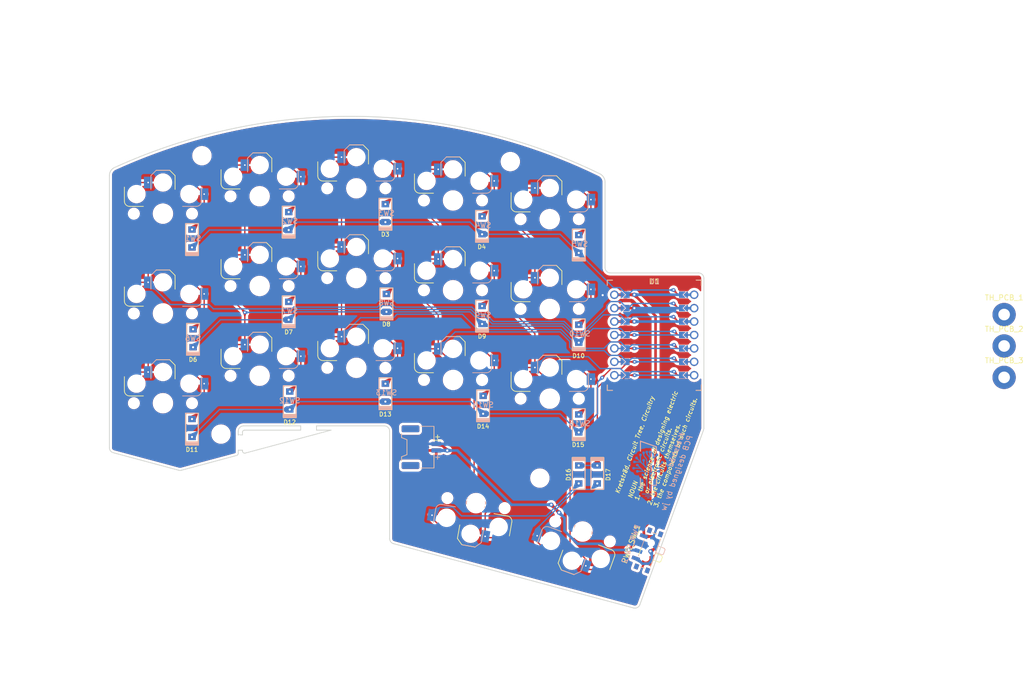
<source format=kicad_pcb>
(kicad_pcb (version 20221018) (generator pcbnew)
  (title_block (title "Kretsträd") (company "by JW"))
  (layers (0 "F.Cu" signal) (31 "B.Cu" signal) (34 "B.Paste" user) (35 "F.Paste" user) (36 "B.SilkS" user "B.Silkscreen") (37 "F.SilkS" user "F.Silkscreen") (38 "B.Mask" user) (39 "F.Mask" user) (44 "Edge.Cuts" user))
  (net 0 "")
  (net 1 "row0")
  (net 2 "Net-(D1-A)")
  (net 3 "row1")
  (net 4 "Net-(D2-A)")
  (net 5 "row2")
  (net 6 "Net-(D3-A)")
  (net 7 "row3")
  (net 8 "Net-(D4-A)")
  (net 9 "Net-(D5-A)")
  (net 10 "Net-(D6-A)")
  (net 11 "Net-(D7-A)")
  (net 12 "Net-(D8-A)")
  (net 13 "Net-(D9-A)")
  (net 14 "Net-(D10-A)")
  (net 15 "Net-(D11-A)")
  (net 16 "Net-(D12-A)")
  (net 17 "Net-(D13-A)")
  (net 18 "Net-(D14-A)")
  (net 19 "Net-(D15-A)")
  (net 20 "Net-(D16-A)")
  (net 21 "Net-(D17-A)")
  (net 22 "GND")
  (net 23 "VCC")
  (net 24 "col0")
  (net 25 "col1")
  (net 26 "col2")
  (net 27 "col3")
  (net 28 "col4")
  (net 29 "unconnected-(U1-PA5_A9_D9_MISO-Pad10)")
  (net 30 "unconnected-(U1-PA6_A10_D10_MOSI-Pad11)")
  (net 32 "BT+")
  (net 33 "RAW")
  (footprint "jw_custom_footprint:Diode_SOD123_THT_2" (layer "F.Cu") (at 168.14559 86.448281 90)
    (fp_text reference "D10")
    (fp_text value "D" hide)
  )
  (footprint "jw_custom_footprint:Kailh_Choc_PG1350_Hotswap_reversible" (layer "F.Cu") (at 107.74639 94.408681)
    (fp_text reference "SW12" hide)
    (fp_text value "SW_PUSH" hide)
  )
  (footprint "jw_custom_footprint:Diode_SOD123_THT_2" (layer "F.Cu") (at 131.74619 80.608681 90)
    (fp_text reference "D8")
    (fp_text value "D" hide)
  )
  (footprint "MountingHole:MountingHole_3.2mm_M3" (layer "F.Cu") (at 100.4316 105.4608)
    (fp_text reference "TH3" hide)
    (fp_text value "HOLE")
  )
  (footprint "jw_custom_footprint:Diode_SOD123_THT_2" (layer "F.Cu") (at 95.14659 87.308681 90)
    (fp_text reference "D6")
    (fp_text value "D" hide)
  )
  (footprint "jw_custom_footprint:Kailh_Choc_PG1350_Hotswap_reversible" (layer "F.Cu") (at 126.04619 75.908681)
    (fp_text reference "SW8" hide)
    (fp_text value "SW_PUSH" hide)
  )
  (footprint "jw_custom_footprint:Kailh_Choc_PG1350_Hotswap_reversible" (layer "F.Cu") (at 107.74639 77.408681)
    (fp_text reference "SW7" hide)
    (fp_text value "SW_PUSH" hide)
  )
  (footprint "MountingHole:MountingHole_2.2mm_M2_Pad" (layer "F.Cu") (at 248.65019 82.818281)
    (fp_text reference "TH_PCB_1")
    (fp_text value "HOLE")
  )
  (footprint "jw_custom_footprint:Kailh_Choc_PG1350_Hotswap_reversible" (layer "F.Cu") (at 126.04619 92.908681)
    (fp_text reference "SW13" hide)
    (fp_text value "SW_PUSH" hide)
  )
  (footprint "jw_custom_footprint:Diode_SOD123_THT_2" (layer "F.Cu") (at 113.44639 99.108681 90)
    (fp_text reference "D12")
    (fp_text value "D" hide)
  )
  (footprint "MountingHole:MountingHole_2.2mm_M2_Pad" (layer "F.Cu") (at 248.65019 88.768281)
    (fp_text reference "TH_PCB_2")
    (fp_text value "HOLE")
  )
  (footprint "jw_custom_footprint:Diode_SOD123_THT_2" (layer "F.Cu") (at 113.24619 82.108681 90)
    (fp_text reference "D7")
    (fp_text value "D" hide)
  )
  (footprint "Button_Switch_SMD:SW_SPDT_PCM12" (layer "F.Cu") (at 181.03539 127.382681 70)
    (fp_text reference "PWR_SW_1")
    (fp_text value "SW_SPDT")
  )
  (footprint "jw_custom_footprint:Kailh_Choc_PG1350_Hotswap_reversible" (layer "F.Cu") (at 107.74639 60.408681)
    (fp_text reference "SW2" hide)
    (fp_text value "SW_PUSH" hide)
  )
  (footprint "jw_custom_footprint:Diode_SOD123_THT_2" (layer "F.Cu") (at 149.84579 82.908681 90)
    (fp_text reference "D9")
    (fp_text value "D" hide)
  )
  (footprint "jw_custom_footprint:Kailh_Choc_PG1350_Hotswap_reversible" (layer "F.Cu") (at 89.44659 99.608681)
    (fp_text reference "SW11" hide)
    (fp_text value "SW_PUSH" hide)
  )
  (footprint "jw_custom_footprint:Kailh_Choc_PG1350_Hotswap_reversible" (layer "F.Cu") (at 144.34599 61.208481)
    (fp_text reference "SW4" hide)
    (fp_text value "SW_PUSH" hide)
  )
  (footprint "jw_custom_footprint:Diode_SOD123_THT_2" (layer "F.Cu") (at 168.14559 69.448281 90)
    (fp_text reference "D5" hide)
    (fp_text value "D" hide)
  )
  (footprint "MountingHole:MountingHole_3.2mm_M3" (layer "F.Cu") (at 160.782 113.792)
    (fp_text reference "TH4" hide)
    (fp_text value "HOLE")
  )
  (footprint "jw_custom_footprint:Kailh_Choc_PG1350_Hotswap_reversible" (layer "F.Cu") (at 168.864798 123.905176 160)
    (fp_text reference "SW17" hide)
    (fp_text value "SW_PUSH" hide)
  )
  (footprint "jw_custom_footprint:Diode_SOD123_THT_2" (layer "F.Cu") (at 168.1354 113.108 -90)
    (fp_text reference "D16")
    (fp_text value "D" hide)
  )
  (footprint "jw_custom_footprint:Kailh_Choc_PG1350_Hotswap_reversible" (layer "F.Cu") (at 126.04619 58.908681)
    (fp_text reference "SW3" hide)
    (fp_text value "SW_PUSH" hide)
  )
  (footprint "jw_custom_footprint:Diode_SOD123_THT_2" (layer "F.Cu") (at 171.6532 113.108 -90)
    (fp_text reference "D17")
    (fp_text value "D" hide)
  )
  (footprint "jw_custom_footprint:Breakaway_Tabs_1x05_0.3mm" (layer "F.Cu") (at 103.9876 107.0039 90)
    (fp_text reference "Breakaway1")
    (fp_text value "Breakaway")
  )
  (footprint "jw_custom_footprint:Diode_SOD123_THT_2" (layer "F.Cu") (at 94.94639 104.308681 90)
    (fp_text reference "D11")
    (fp_text value "D" hide)
  )
  (footprint "MountingHole:MountingHole_2.2mm_M2_Pad" (layer "F.Cu") (at 248.65019 94.718281)
    (fp_text reference "TH_PCB_3")
    (fp_text value "HOLE")
  )
  (footprint "Connector_Molex:Molex_Panelmate_53780-0270_1x02-1MP_P1.25mm_Horizontal" (layer "F.Cu") (at 138.376747 107.937419 -90)
    (fp_text reference "J1" hide)
    (fp_text value "Conn_01x02_Female")
  )
  (footprint "jw_custom_footprint:Kailh_Choc_PG1350_Hotswap_reversible" (layer "F.Cu") (at 144.34599 95.208681)
    (fp_text reference "SW14" hide)
    (fp_text value "SW_PUSH" hide)
  )
  (footprint "jw_custom_footprint:Kailh_Choc_PG1350_Hotswap_reversible" (layer "F.Cu") (at 144.34599 78.208681)
    (fp_text reference "SW9" hide)
    (fp_text value "SW_PUSH" hide)
  )
  (footprint "MountingHole:MountingHole_3.2mm_M3" (layer "F.Cu") (at 96.8248 52.7304)
    (fp_text reference "TH1" hide)
    (fp_text value "HOLE" hide)
  )
  (footprint "jw_custom_footprint:Diode_SOD123_THT_2" (layer "F.Cu") (at 113.24619 65.108681 90)
    (fp_text reference "D2" hide)
    (fp_text value "D" hide)
  )
  (footprint "jw_custom_footprint:Kailh_Choc_PG1350_Hotswap_reversible" (layer "F.Cu") (at 89.44659 82.608681)
    (fp_text reference "SW6" hide)
    (fp_text value "SW_PUSH" hide)
  )
  (footprint "jw_custom_footprint:Diode_SOD123_THT_2" (layer "F.Cu") (at 131.54599 97.608681 90)
    (fp_text reference "D13")
    (fp_text value "D" hide)
  )
  (footprint "jw_custom_footprint:Kailh_Choc_PG1350_Hotswap_reversible" (layer "F.Cu") (at 89.44659 63.708681)
    (fp_text reference "SW1" hide)
    (fp_text value "SW_PUSH" hide)
  )
  (footprint "jw_custom_footprint:Diode_SOD123_THT_2" (layer "F.Cu") (at 131.54599 63.608681 90)
    (fp_text reference "D3")
    (fp_text value "D" hide)
  )
  (footprint "jw_custom_footprint:Kailh_Choc_PG1350_Hotswap_reversible" (layer "F.Cu") (at 162.64579 98.748281)
    (fp_text reference "SW15" hide)
    (fp_text value "SW_PUSH" hide)
  )
  (footprint "MountingHole:MountingHole_3.2mm_M3" (layer "F.Cu") (at 155.194 53.848)
    (fp_text reference "TH2" hide)
    (fp_text value "HOLE" hide)
  )
  (footprint "jw_custom_footprint:Xiao THT jumper pad_flipped" (layer "F.Cu") (at 182.440051 86.527362)
    (fp_text reference "U1")
    (fp_text value "SeeeduinoXIAO")
  )
  (footprint "jw_custom_footprint:Kailh_Choc_PG1350_Hotswap_reversible" (layer "F.Cu") (at 148.694947 118.531616 170)
    (fp_text reference "SW16" hide)
    (fp_text value "SW_PUSH" hide)
  )
  (footprint "jw_custom_footprint:Diode_SOD123_THT_2" (layer "F.Cu") (at 149.84579 65.908481 90)
    (fp_text reference "D4")
    (fp_text value "D" hide)
  )
  (footprint "jw_custom_footprint:Diode_SOD123_THT_2" (layer "F.Cu") (at 150.04599 99.908681 90)
    (fp_text reference "D14")
    (fp_text value "D" hide)
  )
  (footprint "jw_custom_footprint:Diode_SOD123_THT_2" (layer "F.Cu") (at 168.14559 103.448281 90)
    (fp_text reference "D15")
    (fp_text value "D" hide)
  )
  (footprint "jw_custom_footprint:Diode_SOD123_THT_2" (layer "F.Cu") (at 94.94639 68.408681 90)
    (fp_text reference "D1" hide)
    (fp_text value "D" hide)
  )
  (footprint "jw_custom_footprint:Kailh_Choc_PG1350_Hotswap_reversible" (layer "F.Cu") (at 162.64579 64.748281)
    (fp_text reference "SW5" hide)
    (fp_text value "SW_PUSH" hide)
  )
  (footprint "jw_custom_footprint:Breakaway_Tabs_1x05_0.3mm" (layer "F.Cu") (at 117.0241 104.2416)
    (fp_text reference "Breakaway2")
    (fp_text value "Breakaway")
  )
  (footprint "jw_custom_footprint:Kailh_Choc_PG1350_Hotswap_reversible" (layer "F.Cu") (at 162.64579 81.748281)
    (fp_text reference "SW10" hide)
    (fp_text value "SW_PUSH" hide)
  )
  (footprint "Connector_Molex:Molex_Panelmate_53780-0270_1x02-1MP_P1.25mm_Horizontal" (layer "B.Cu") (at 138.376747 107.937419 90)
    (fp_text reference "J2" hide)
    (fp_text value "Conn_01x02_Female")
  )
  (footprint "jw_custom_image:circuit_tree_f.cu_3_10mm" (layer "B.Cu") (at 181.0512 112.014 180)
    (fp_text reference "G***")
    (fp_text value "circuit_tree_f.cu_3_10mm" hide)
  )
  (footprint "Button_Switch_SMD:SW_SPDT_PCM12" (layer "B.Cu") (at 181.03539 127.382681 -110)
    (fp_text reference "PWR_SW_2")
    (fp_text value "SW_SPDT")
  )
  (gr_arc (start 92.941801 112.308483) (mid 92.682932 112.34258) (end 92.424057 112.308511) (stroke (width 0.15)) (layer "Edge.Cuts"))
  (gr_line (start 105.004673 109.059171) (end 121.258 104.706564) (stroke (width 0.15)) (layer "Edge.Cuts"))
  (gr_arc (start 103.7012 109.117354) (mid 103.618668 109.360739) (end 103.405074 109.503631) (stroke (width 0.15)) (layer "Edge.Cuts"))
  (gr_arc (start 133.091123 126.218631) (mid 132.556621 125.86146) (end 132.35 125.252721) (stroke (width 0.15)) (layer "Edge.Cuts"))
  (gr_line (start 173.128112 57.785) (end 173.128112 73.939377) (stroke (width 0.15)) (layer "Edge.Cuts"))
  (gr_arc (start 191.82199 104.346248) (mid 191.802602 104.519259) (end 191.761612 104.688461) (stroke (width 0.15)) (layer "Edge.Cuts"))
  (gr_arc (start 174.128112 74.939377) (mid 173.421006 74.646487) (end 173.128112 73.939377) (stroke (width 0.15)) (layer "Edge.Cuts"))
  (gr_line (start 80.048623 108.992524) (end 92.424057 112.308511) (stroke (width 0.15)) (layer "Edge.Cuts"))
  (gr_line (start 104.5012 108.5088) (end 104.5012 108.672786) (stroke (width 0.15)) (layer "Edge.Cuts"))
  (gr_line (start 104.9012 104.706564) (end 115.5192 104.706564) (stroke (width 0.15)) (layer "Edge.Cuts"))
  (gr_line (start 132.35 104.906564) (end 132.35 125.252721) (stroke (width 0.15)) (layer "Edge.Cuts"))
  (gr_arc (start 80.048623 108.992524) (mid 79.514711 108.635241) (end 79.30839 108.026853) (stroke (width 0.15)) (layer "Edge.Cuts"))
  (gr_arc (start 172.085 56.134) (mid 172.848862 56.806409) (end 173.128112 57.785) (stroke (width 0.15)) (layer "Edge.Cuts"))
  (gr_line (start 92.941801 112.308483) (end 103.405074 109.503631) (stroke (width 0.15)) (layer "Edge.Cuts"))
  (gr_line (start 179.713515 137.769174) (end 191.761612 104.688461) (stroke (width 0.15)) (layer "Edge.Cuts"))
  (gr_line (start 103.7012 108.5088) (end 103.7012 109.117354) (stroke (width 0.15)) (layer "Edge.Cuts"))
  (gr_line (start 104.7012 103.906564) (end 115.5192 103.906564) (stroke (width 0.15)) (layer "Edge.Cuts"))
  (gr_arc (start 80.34979 54.941881) (mid 126.350683 45.281212) (end 172.085 56.134) (stroke (width 0.15)) (layer "Edge.Cuts"))
  (gr_line (start 190.82199 74.939377) (end 174.128112 74.939377) (stroke (width 0.15)) (layer "Edge.Cuts"))
  (gr_arc (start 131.35 103.906564) (mid 132.057084 104.199461) (end 132.35 104.906564) (stroke (width 0.15)) (layer "Edge.Cuts"))
  (gr_line (start 104.5012 105.106564) (end 104.5012 105.6132) (stroke (width 0.15)) (layer "Edge.Cuts"))
  (gr_arc (start 179.713515 137.769174) (mid 179.235557 138.314036) (end 178.515076 138.392888) (stroke (width 0.15)) (layer "Edge.Cuts"))
  (gr_line (start 118.5164 103.906564) (end 131.35 103.906564) (stroke (width 0.15)) (layer "Edge.Cuts"))
  (gr_arc (start 103.7012 104.906564) (mid 103.994106 104.19948) (end 104.7012 103.906564) (stroke (width 0.15)) (layer "Edge.Cuts"))
  (gr_line (start 104.5012 108.5088) (end 103.7012 108.5088) (stroke (width 0.15)) (layer "Edge.Cuts"))
  (gr_line (start 103.7012 104.906564) (end 103.7012 105.6132) (stroke (width 0.15)) (layer "Edge.Cuts"))
  (gr_arc (start 190.82199 74.939377) (mid 191.529097 75.23227) (end 191.82199 75.939377) (stroke (width 0.15)) (layer "Edge.Cuts"))
  (gr_arc (start 79.30839 56.516681) (mid 79.584288 55.567396) (end 80.34979 54.941881) (stroke (width 0.15)) (layer "Edge.Cuts"))
  (gr_arc (start 104.5012 105.106564) (mid 104.61837 104.823745) (end 104.9012 104.706564) (stroke (width 0.15)) (layer "Edge.Cuts"))
  (gr_line locked (start 118.5164 104.706564) (end 118.5164 103.906564) (stroke (width 0.15)) (layer "Edge.Cuts"))
  (gr_line (start 118.5164 104.706564) (end 121.258 104.706564) (stroke (width 0.15)) (layer "Edge.Cuts"))
  (gr_line (start 104.5012 105.6132) (end 103.7012 105.6132) (stroke (width 0.15)) (layer "Edge.Cuts"))
  (gr_line (start 115.5192 104.706564) (end 115.5192 103.906564) (stroke (width 0.15)) (layer "Edge.Cuts"))
  (gr_line (start 191.82199 75.939377) (end 191.82199 104.346248) (stroke (width 0.15)) (layer "Edge.Cuts"))
  (gr_line (start 133.091123 126.218631) (end 178.515076 138.392888) (stroke (width 0.15)) (layer "Edge.Cuts"))
  (gr_arc (start 105.004673 109.059171) (mid 104.657673 108.99011) (end 104.5012 108.672786) (stroke (width 0.15)) (layer "Edge.Cuts"))
  (gr_line (start 79.30839 56.516681) (end 79.30839 108.026853) (stroke (width 0.15)) (layer "Edge.Cuts"))
  (gr_text "Kretsträd\nPCB designed by jw" (at 188.568921 105.334504 70) (layer "B.SilkS") (effects (font (size 1 1) (thickness 0.15) italic) (justify left mirror)))
  (gr_text "+" (at 141.4272 109.9312 -180) (layer "B.SilkS") (effects (font (size 1 1))))
  (gr_text "+" (at 141.4272 106.0704 180) (layer "F.SilkS") (effects (font (size 1 1)) (justify mirror)))
  (gr_text "Kretsträd, Circuit Tree, Circuitry\n\nNOUN\n1. the science of designing electric \n   or electronic circuits.\n2. the circuits themselves.\n3. the components of such circuits." (at 179.0192 118.0592 70) (layer "F.SilkS") (effects (font (size 0.8 0.8) (thickness 0.15) italic) (justify left)))
  (segment (start 186.0804 78.167862) (end 186.9799 79.067362) (width 0.25) (layer "F.Cu") (net 1))
  (segment (start 186.9799 79.067362) (end 187.367651 79.067362) (width 0.25) (layer "F.Cu") (net 1))
  (via (at 186.0804 78.167862) (size 0.7) (drill 0.3) (layers "F.Cu" "B.Cu") (net 1))
  (segment (start 168.14559 71.148281) (end 168.14559 71.258845) (width 0.25) (layer "B.Cu") (net 1))
  (segment (start 131.54599 65.308681) (end 147.54599 65.308681) (width 0.25) (layer "B.Cu") (net 1))
  (segment (start 175.9458 77.724) (end 177.289162 79.067362) (width 0.25) (layer "B.Cu") (net 1))
  (segment (start 177.512451 79.051784) (end 178.396373 78.167862) (width 0.25) (layer "B.Cu") (net 1))
  (segment (start 149.84579 67.608481) (end 164.60579 67.608481) (width 0.25) (layer "B.Cu") (net 1))
  (segment (start 168.14559 71.148281) (end 174.721309 77.724) (width 0.25) (layer "B.Cu") (net 1))
  (segment (start 164.60579 67.608481) (end 168.14559 71.148281) (width 0.25) (layer "B.Cu") (net 1))
  (segment (start 114.74619 65.308681) (end 113.24619 66.808681) (width 0.25) (layer "B.Cu") (net 1))
  (segment (start 178.396373 78.167862) (end 186.0804 78.167862) (width 0.25) (layer "B.Cu") (net 1))
  (segment (start 177.289162 79.067362) (end 177.512451 79.067362) (width 0.25) (layer "B.Cu") (net 1))
  (segment (start 113.24619 66.808681) (end 98.24639 66.808681) (width 0.25) (layer "B.Cu") (net 1))
  (segment (start 147.54599 65.308681) (end 149.84579 67.608481) (width 0.25) (layer "B.Cu") (net 1))
  (segment (start 177.512451 79.067362) (end 177.512451 79.051784) (width 0.25) (layer "B.Cu") (net 1))
  (segment (start 131.54599 65.308681) (end 114.74619 65.308681) (width 0.25) (layer "B.Cu") (net 1))
  (segment (start 174.721309 77.724) (end 175.9458 77.724) (width 0.25) (layer "B.Cu") (net 1))
  (segment (start 98.24639 66.808681) (end 94.94639 70.108681) (width 0.25) (layer "B.Cu") (net 1))
  (segment (start 95.04659 57.808681) (end 97.24659 60.008681) (width 0.25) (layer "F.Cu") (net 2))
  (segment (start 97.24659 64.408481) (end 94.94639 66.708681) (width 0.25) (layer "F.Cu") (net 2))
  (segment (start 97.24659 60.008681) (end 97.24659 64.408481) (width 0.25) (layer "F.Cu") (net 2))
  (segment (start 92.24659 57.808681) (end 95.04659 57.808681) (width 0.25) (layer "F.Cu") (net 2))
  (via (at 97.24659 60.008681) (size 0.7) (drill 0.3) (layers "F.Cu" "B.Cu") (net 2))
  (segment (start 186.9073 86.687362) (end 187.367651 86.687362) (width 0.25) (layer "F.Cu") (net 3))
  (segment (start 186.2328 86.012862) (end 186.9073 86.687362) (width 0.25) (layer "F.Cu") (net 3))
  (via (at 186.2328 86.012862) (size 0.7) (drill 0.3) (layers "F.Cu" "B.Cu") (net 3))
  (segment (start 131.74619 82.308681) (end 114.74619 82.308681) (width 0.25) (layer "B.Cu") (net 3))
  (segment (start 178.186951 86.012862) (end 186.2328 86.012862) (width 0.25) (layer "B.Cu") (net 3))
  (segment (start 100.34659 83.808681) (end 95.14659 89.008681) (width 0.25) (layer "B.Cu") (net 3))
  (segment (start 168.14559 88.148281) (end 165.022109 85.0248) (width 0.25) (layer "B.Cu") (net 3))
  (segment (start 176.0728 85.471) (end 170.822871 85.471) (width 0.25) (layer "B.Cu") (net 3))
  (segment (start 147.54579 82.308681) (end 149.84579 84.608681) (width 0.25) (layer "B.Cu") (net 3))
  (segment (start 177.289162 86.687362) (end 176.0728 85.471) (width 0.25) (layer "B.Cu") (net 3))
  (segment (start 170.822871 85.471) (end 168.14559 88.148281) (width 0.25) (layer "B.Cu") (net 3))
  (segment (start 150.261909 85.0248) (end 149.84579 84.608681) (width 0.25) (layer "B.Cu") (net 3))
  (segment (start 113.24619 83.808681) (end 100.34659 83.808681) (width 0.25) (layer "B.Cu") (net 3))
  (segment (start 177.512451 86.687362) (end 178.186951 86.012862) (width 0.25) (layer "B.Cu") (net 3))
  (segment (start 165.022109 85.0248) (end 150.261909 85.0248) (width 0.25) (layer "B.Cu") (net 3))
  (segment (start 114.74619 82.308681) (end 113.24619 83.808681) (width 0.25) (layer "B.Cu") (net 3))
  (segment (start 131.74619 82.308681) (end 147.54579 82.308681) (width 0.25) (layer "B.Cu") (net 3))
  (segment (start 177.512451 86.687362) (end 177.289162 86.687362) (width 0.25) (layer "B.Cu") (net 3))
  (segment (start 113.34639 54.508681) (end 115.54639 56.708681) (width 0.25) (layer "F.Cu") (net 4))
  (segment (start 115.54639 61.108481) (end 113.24619 63.408681) (width 0.25) (layer "F.Cu") (net 4))
  (segment (start 110.54639 54.508681) (end 113.34639 54.508681) (width 0.25) (layer "F.Cu") (net 4))
  (segment (start 115.54639 56.708681) (end 115.54639 61.108481) (width 0.25) (layer "F.Cu") (net 4))
  (via (at 115.54639 56.708681) (size 0.7) (drill 0.3) (layers "F.Cu" "B.Cu") (net 4))
  (segment (start 172.565808 94.769192) (end 174.2948 93.0402) (width 0.25) (layer "F.Cu") (net 5))
  (segment (start 176.239613 93.0402) (end 177.512451 91.767362) (width 0.25) (layer "F.Cu") (net 5))
  (segment (start 178.7144 91.767362) (end 177.512451 91.767362) (width 0.25) (layer "F.Cu") (net 5))
  (segment (start 174.2948 93.0402) (end 176.239613 93.0402) (width 0.25) (layer "F.Cu") (net 5))
  (via (at 178.7144 91.767362) (size 0.7) (drill 0.3) (layers "F.Cu" "B.Cu") (net 5))
  (via (at 172.565808 94.769192) (size 0.7) (drill 0.3) (layers "F.Cu" "B.Cu") (net 5))
  (segment (start 164.60599 101.608681) (end 150.04599 101.608681) (width 0.25) (layer "B.Cu") (net 5))
  (segment (start 171.704 101.589871) (end 168.14559 105.148281) (width 0.25) (layer "B.Cu") (net 5))
  (segment (start 178.7144 91.767362) (end 187.367651 91.767362) (width 0.25) (layer "B.Cu") (net 5))
  (segment (start 114.94639 99.308681) (end 113.44639 100.808681) (width 0.25) (layer "B.Cu") (net 5))
  (segment (start 172.565808 94.769192) (end 171.704 95.631) (width 0.25) (layer "B.Cu") (net 5))
  (segment (start 100.14639 100.808681) (end 94.94639 106.008681) (width 0.25) (layer "B.Cu") (net 5))
  (segment (start 168.14559 105.148281) (end 164.60599 101.608681) (width 0.25) (layer "B.Cu") (net 5))
  (segment (start 113.44639 100.808681) (end 100.14639 100.808681) (width 0.25) (layer "B.Cu") (net 5))
  (segment (start 171.704 95.631) (end 171.704 101.589871) (width 0.25) (layer "B.Cu") (net 5))
  (segment (start 147.74599 99.308681) (end 150.04599 101.608681) (width 0.25) (layer "B.Cu") (net 5))
  (segment (start 131.54599 99.308681) (end 114.94639 99.308681) (width 0.25) (layer "B.Cu") (net 5))
  (segment (start 131.54599 99.308681) (end 147.74599 99.308681) (width 0.25) (layer "B.Cu") (net 5))
  (segment (start 131.64619 53.008681) (end 133.84619 55.208681) (width 0.25) (layer "F.Cu") (net 6))
  (segment (start 133.84619 55.208681) (end 133.84619 59.608481) (width 0.25) (layer "F.Cu") (net 6))
  (segment (start 128.84619 53.008681) (end 131.64619 53.008681) (width 0.25) (layer "F.Cu") (net 6))
  (segment (start 133.84619 59.608481) (end 131.54599 61.908681) (width 0.25) (layer "F.Cu") (net 6))
  (via (at 133.84619 55.208681) (size 0.7) (drill 0.3) (layers "F.Cu" "B.Cu") (net 6))
  (segment (start 178.7144 94.307362) (end 177.512451 94.307362) (width 0.25) (layer "F.Cu") (net 7))
  (segment (start 171.6532 96.6978) (end 171.6532 111.408) (width 0.25) (layer "F.Cu") (net 7))
  (segment (start 172.593 95.758) (end 175.8442 95.758) (width 0.25) (layer "F.Cu") (net 7))
  (segment (start 177.294838 94.307362) (end 177.512451 94.307362) (width 0.25) (layer "F.Cu") (net 7))
  (segment (start 175.8442 95.758) (end 177.294838 94.307362) (width 0.25) (layer "F.Cu") (net 7))
  (segment (start 172.593 95.758) (end 171.6532 96.6978) (width 0.25) (layer "F.Cu") (net 7))
  (via (at 178.7144 94.307362) (size 0.7) (drill 0.3) (layers "F.Cu" "B.Cu") (net 7))
  (segment (start 171.6532 111.408) (end 168.1354 111.408) (width 0.25) (layer "B.Cu") (net 7))
  (segment (start 178.7144 94.307362) (end 187.367651 94.307362) (width 0.25) (layer "B.Cu") (net 7))
  (segment (start 147.14599 55.308481) (end 149.94599 55.308481) (width 0.25) (layer "F.Cu") (net 8))
  (segment (start 152.14599 61.908281) (end 149.84579 64.208481) (width 0.25) (layer "F.Cu") (net 8))
  (segment (start 152.14599 57.508481) (end 152.14599 61.908281) (width 0.25) (layer "F.Cu") (net 8))
  (segment (start 149.94599 55.308481) (end 152.14599 57.508481) (width 0.25) (layer "F.Cu") (net 8))
  (via (at 152.14599 57.508481) (size 0.7) (drill 0.3) (layers "F.Cu" "B.Cu") (net 8))
  (segment (start 170.44579 65.448081) (end 170.44579 61.048281) (width 0.25) (layer "F.Cu") (net 9))
  (segment (start 165.44579 58.848281) (end 168.24579 58.848281) (width 0.25) (layer "F.Cu") (net 9))
  (segment (start 168.24579 58.848281) (end 170.44579 61.048281) (width 0.25) (layer "F.Cu") (net 9))
  (segment (start 168.14559 67.748281) (end 170.44579 65.448081) (width 0.25) (layer "F.Cu") (net 9))
  (via (at 170.44579 61.048281) (size 0.7) (drill 0.3) (layers "F.Cu" "B.Cu") (net 9))
  (segment (start 95.04659 76.708681) (end 97.24659 78.908681) (width 0.25) (layer "F.Cu") (net 10))
  (segment (start 97.24659 78.908681) (end 97.24659 83.508681) (width 0.25) (layer "F.Cu") (net 10))
  (segment (start 92.24659 76.708681) (end 95.04659 76.708681) (width 0.25) (layer "F.Cu") (net 10))
  (segment (start 97.24659 83.508681) (end 95.14659 85.608681) (width 0.25) (layer "F.Cu") (net 10))
  (via (at 97.24659 78.908681) (size 0.7) (drill 0.3) (layers "F.Cu" "B.Cu") (net 10))
  (segment (start 110.54639 71.508681) (end 113.34639 71.508681) (width 0.25) (layer "F.Cu") (net 11))
  (segment (start 113.34639 71.508681) (end 115.54639 73.708681) (width 0.25) (layer "F.Cu") (net 11))
  (segment (start 115.54639 73.708681) (end 115.54639 78.108481) (width 0.25) (layer "F.Cu") (net 11))
  (segment (start 115.54639 78.108481) (end 113.24619 80.408681) (width 0.25) (layer "F.Cu") (net 11))
  (via (at 115.54639 73.708681) (size 0.7) (drill 0.3) (layers "F.Cu" "B.Cu") (net 11))
  (segment (start 128.84619 70.008681) (end 131.64619 70.008681) (width 0.25) (layer "F.Cu") (net 12))
  (segment (start 131.64619 70.008681) (end 133.84619 72.208681) (width 0.25) (layer "F.Cu") (net 12))
  (segment (start 133.84619 72.208681) (end 133.84619 76.808681) (width 0.25) (layer "F.Cu") (net 12))
  (segment (start 133.84619 76.808681) (end 131.74619 78.908681) (width 0.25) (layer "F.Cu") (net 12))
  (via (at 133.84619 72.208681) (size 0.7) (drill 0.3) (layers "F.Cu" "B.Cu") (net 12))
  (segment (start 152.14599 78.908481) (end 149.84579 81.208681) (width 0.25) (layer "F.Cu") (net 13))
  (segment (start 149.94599 72.308681) (end 152.14599 74.508681) (width 0.25) (layer "F.Cu") (net 13))
  (segment (start 147.14599 72.308681) (end 149.94599 72.308681) (width 0.25) (layer "F.Cu") (net 13))
  (segment (start 152.14599 74.508681) (end 152.14599 78.908481) (width 0.25) (layer "F.Cu") (net 13))
  (via (at 152.14599 74.508681) (size 0.7) (drill 0.3) (layers "F.Cu" "B.Cu") (net 13))
  (segment (start 168.24579 75.848281) (end 170.44579 78.048281) (width 0.25) (layer "F.Cu") (net 14))
  (segment (start 165.44579 75.848281) (end 168.24579 75.848281) (width 0.25) (layer "F.Cu") (net 14))
  (segment (start 170.44579 78.048281) (end 170.44579 82.448081) (width 0.25) (layer "F.Cu") (net 14))
  (segment (start 170.44579 82.448081) (end 168.14559 84.748281) (width 0.25) (layer "F.Cu") (net 14))
  (via (at 170.44579 78.048281) (size 0.7) (drill 0.3) (layers "F.Cu" "B.Cu") (net 14))
  (segment (start 92.24659 93.708681) (end 95.04659 93.708681) (width 0.25) (layer "F.Cu") (net 15))
  (segment (start 97.24659 100.308481) (end 94.94639 102.608681) (width 0.25) (layer "F.Cu") (net 15))
  (segment (start 97.24659 95.908681) (end 97.24659 100.308481) (width 0.25) (layer "F.Cu") (net 15))
  (segment (start 95.04659 93.708681) (end 97.24659 95.908681) (width 0.25) (layer "F.Cu") (net 15))
  (via (at 97.24659 95.908681) (size 0.7) (drill 0.3) (layers "F.Cu" "B.Cu") (net 15))
  (segment (start 110.54639 88.508681) (end 113.34639 88.508681) (width 0.25) (layer "F.Cu") (net 16))
  (segment (start 113.34639 88.508681) (end 115.54639 90.708681) (width 0.25) (layer "F.Cu") (net 16))
  (segment (start 115.54639 95.308681) (end 113.44639 97.408681) (width 0.25) (layer "F.Cu") (net 16))
  (segment (start 115.54639 90.708681) (end 115.54639 95.308681) (width 0.25) (layer "F.Cu") (net 16))
  (via (at 115.54639 90.708681) (size 0.7) (drill 0.3) (layers "F.Cu" "B.Cu") (net 16))
  (segment (start 133.84619 89.208681) (end 133.84619 93.608481) (width 0.25) (layer "F.Cu") (net 17))
  (segment (start 131.64619 87.008681) (end 133.84619 89.208681) (width 0.25) (layer "F.Cu") (net 17))
  (segment (start 133.84619 93.608481) (end 131.54599 95.908681) (width 0.25) (layer "F.Cu") (net 17))
  (segment (start 128.84619 87.008681) (end 131.64619 87.008681) (width 0.25) (layer "F.Cu") (net 17))
  (via (at 133.84619 89.208681) (size 0.7) (drill 0.3) (layers "F.Cu" "B.Cu") (net 17))
  (segment (start 152.14599 96.108681) (end 150.04599 98.208681) (width 0.25) (layer "F.Cu") (net 18))
  (segment (start 147.14599 89.308681) (end 149.94599 89.308681) (width 0.25) (layer "F.Cu") (net 18))
  (segment (start 152.14599 91.508681) (end 152.14599 96.108681) (width 0.25) (layer "F.Cu") (net 18))
  (segment (start 149.94599 89.308681) (end 152.14599 91.508681) (width 0.25) (layer "F.Cu") (net 18))
  (via (at 152.14599 91.508681) (size 0.7) (drill 0.3) (layers "F.Cu" "B.Cu") (net 18))
  (segment (start 170.44579 95.048281) (end 170.44579 99.448081) (width 0.25) (layer "F.Cu") (net 19))
  (segment (start 168.24579 92.848281) (end 170.44579 95.048281) (width 0.25) (layer "F.Cu") (net 19))
  (segment (start 165.44579 92.848281) (end 168.24579 92.848281) (width 0.25) (layer "F.Cu") (net 19))
  (segment (start 170.44579 99.448081) (end 168.14559 101.748281) (width 0.25) (layer "F.Cu") (net 19))
  (via (at 170.44579 95.048281) (size 0.7) (drill 0.3) (layers "F.Cu" "B.Cu") (net 19))
  (segment (start 144.912961 123.855767) (end 142.854967 123.855767) (width 0.25) (layer "F.Cu") (net 20))
  (segment (start 142.854967 123.855767) (end 140.370948 121.371748) (width 0.25) (layer "F.Cu") (net 20))
  (segment (start 140.370948 121.371748) (end 140.370948 120.820949) (width 0.25) (layer "F.Cu") (net 20))
  (via (at 140.370948 120.820949) (size 0.7) (drill 0.3) (layers "F.Cu" "B.Cu") (net 20))
  (segment (start 141.862697 119.3292) (end 140.370948 120.820949) (width 0.25) (layer "B.Cu") (net 20))
  (segment (start 145.948448 120.9548) (end 144.322848 119.3292) (width 0.25) (layer "B.Cu") (net 20))
  (segment (start 161.9886 120.9548) (end 145.948448 120.9548) (width 0.25) (layer "B.Cu") (net 20))
  (segment (start 168.1354 114.808) (end 161.9886 120.9548) (width 0.25) (layer "B.Cu") (net 20))
  (segment (start 144.322848 119.3292) (end 141.862697 119.3292) (width 0.25) (layer "B.Cu") (net 20))
  (segment (start 162.934106 128.491706) (end 160.269721 125.827321) (width 0.25) (layer "F.Cu") (net 21))
  (segment (start 160.269721 125.827321) (end 160.269721 124.714282) (width 0.25) (layer "F.Cu") (net 21))
  (segment (start 164.21574 128.491706) (end 162.934106 128.491706) (width 0.25) (layer "F.Cu") (net 21))
  (via (at 160.269721 124.714282) (size 0.7) (drill 0.3) (layers "F.Cu" "B.Cu") (net 21))
  (segment (start 170.5356 115.9256) (end 167.654196 115.9256) (width 0.25) (layer "B.Cu") (net 21))
  (segment (start 171.6532 114.808) (end 170.5356 115.9256) (width 0.25) (layer "B.Cu") (net 21))
  (segment (start 167.654196 115.9256) (end 160.269721 123.310075) (width 0.25) (layer "B.Cu") (net 21))
  (segment (start 160.269721 123.310075) (end 160.269721 124.714282) (width 0.25) (layer "B.Cu") (net 21))
  (segment (start 178.6636 81.607362) (end 177.512451 81.607362) (width 0.5) (layer "F.Cu") (net 22))
  (via (at 172.6692 79.1464) (size 0.8) (drill 0.4) (layers "F.Cu" "B.Cu") (net 22))
  (via (at 178.6636 81.607362) (size 0.8) (drill 0.4) (layers "F.Cu" "B.Cu") (net 22))
  (segment (start 178.6636 81.607362) (end 178.666438 81.6102) (width 0.5) (layer "B.Cu") (net 22))
  (segment (start 178.666438 81.6102) (end 187.364813 81.6102) (width 0.5) (layer "B.Cu") (net 22))
  (segment (start 177.512451 84.147362) (end 178.6636 84.147362) (width 0.5) (layer "F.Cu") (net 23))
  (via (at 178.6636 84.147362) (size 0.8) (drill 0.4) (layers "F.Cu" "B.Cu") (net 23))
  (segment (start 187.367651 84.147362) (end 178.6636 84.147362) (width 0.5) (layer "B.Cu") (net 23))
  (segment (start 186.0804 80.7107) (end 186.977062 81.607362) (width 0.25) (layer "F.Cu") (net 24))
  (segment (start 86.64659 87.33859) (end 86.64659 93.708681) (width 0.25) (layer "F.Cu") (net 24))
  (segment (start 81.54659 60.008681) (end 83.74659 57.808681) (width 0.25) (layer "F.Cu") (net 24))
  (segment (start 81.54659 78.908681) (end 81.54659 82.23859) (width 0.25) (layer "F.Cu") (net 24))
  (segment (start 83.74659 57.808681) (end 86.64659 57.808681) (width 0.25) (layer "F.Cu") (net 24))
  (segment (start 86.64659 68.51099) (end 86.64659 76.708681) (width 0.25) (layer "F.Cu") (net 24))
  (segment (start 81.54659 95.908681) (end 83.74659 93.708681) (width 0.25) (layer "F.Cu") (net 24))
  (segment (start 81.54659 63.41099) (end 86.64659 68.51099) (width 0.25) (layer "F.Cu") (net 24))
  (segment (start 81.54659 82.23859) (end 86.64659 87.33859) (width 0.25) (layer "F.Cu") (net 24))
  (segment (start 81.54659 60.008681) (end 81.54659 63.41099) (width 0.25) (layer "F.Cu") (net 24))
  (segment (start 83.74659 93.708681) (end 86.64659 93.708681) (width 0.25) (layer "F.Cu") (net 24))
  (segment (start 83.74659 76.708681) (end 81.54659 78.908681) (width 0.25) (layer "F.Cu") (net 24))
  (segment (start 186.977062 81.607362) (end 187.367651 81.607362) (width 0.25) (layer "F.Cu") (net 24))
  (segment (start 86.64659 76.708681) (end 83.74659 76.708681) (width 0.25) (layer "F.Cu") (net 24))
  (via (at 86.64659 57.808681) (size 0.7) (drill 0.3) (layers "F.Cu" "B.Cu") (net 24))
  (via (at 186.0804 80.7107) (size 0.7) (drill 0.3) (layers "F.Cu" "B.Cu") (net 24))
  (via (at 86.64659 76.708681) (size 0.7) (drill 0.3) (layers "F.Cu" "B.Cu") (net 24))
  (via (at 86.64659 93.708681) (size 0.7) (drill 0.3) (layers "F.Cu" "B.Cu") (net 24))
  (segment (start 90.862309 80.9244) (end 98.1772 80.9244) (width 0.25) (layer "B.Cu") (net 24))
  (segment (start 130.848875 80.6196) (end 132.643505 80.6196) (width 0.25) (layer "B.Cu") (net 24))
  (segment (start 98.99 81.7372) (end 113.867671 81.7372) (width 0.25) (layer "B.Cu") (net 24))
  (segment (start 133.432586 81.408681) (end 147.918582 81.408681) (width 0.25) (layer "B.Cu") (net 24))
  (segment (start 173.4312 81.5848) (end 173.4312 81.0768) (width 0.25) (layer "B.Cu") (net 24))
  (segment (start 177.512451 81.591784) (end 178.393535 80.7107) (width 0.25) (layer "B.Cu") (net 24))
  (segment (start 149.263101 82.7532) (end 150.597996 82.7532) (width 0.25) (layer "B.Cu") (net 24))
  (segment (start 167.477701 86.2076) (end 168.8084 86.2076) (width 0.25) (layer "B.Cu") (net 24))
  (segment (start 174.1424 80.3656) (end 176.0474 80.3656) (width 0.25) (layer "B.Cu") (net 24))
  (segment (start 150.597996 82.7532) (end 151.969596 84.1248) (width 0.25) (layer "B.Cu") (net 24))
  (segment (start 132.643505 80.6196) (end 133.432586 81.408681) (width 0.25) (layer "B.Cu") (net 24))
  (segment (start 151.969596 84.1248) (end 165.394901 84.1248) (width 0.25) (layer "B.Cu") (net 24))
  (segment (start 168.8084 86.2076) (end 173.4312 81.5848) (width 0.25) (layer "B.Cu") (net 24))
  (segment (start 130.059794 81.408681) (end 130.848875 80.6196) (width 0.25) (layer "B.Cu") (net 24))
  (segment (start 176.0474 80.3656) (end 177.289162 81.607362) (width 0.25) (layer "B.Cu") (net 24))
  (segment (start 165.394901 84.1248) (end 167.477701 86.2076) (width 0.25) (layer "B.Cu") (net 24))
  (segment (start 147.918582 81.408681) (end 149.263101 82.7532) (width 0.25) (layer "B.Cu") (net 24))
  (segment (start 178.393535 80.7107) (end 186.0804 80.7107) (width 0.25) (layer "B.Cu") (net 24))
  (segment (start 113.867671 81.7372) (end 114.19619 81.408681) (width 0.25) (layer "B.Cu") (net 24))
  (segment (start 177.289162 81.607362) (end 177.512451 81.607362) (width 0.25) (layer "B.Cu") (net 24))
  (segment (start 86.64659 76.708681) (end 90.862309 80.9244) (width 0.25) (layer "B.Cu") (net 24))
  (segment (start 173.4312 81.0768) (end 174.1424 80.3656) (width 0.25) (layer "B.Cu") (net 24))
  (segment (start 114.19619 81.408681) (end 130.059794 81.408681) (width 0.25) (layer "B.Cu") (net 24))
  (segment (start 98.1772 80.9244) (end 98.99 81.7372) (width 0.25) (layer "B.Cu") (net 24))
  (segment (start 102.04639 88.508681) (end 99.84639 90.708681) (width 0.25) (layer "F.Cu") (net 25))
  (segment (start 99.84639 56.708681) (end 99.84639 59.96839) (width 0.25) (layer "F.Cu") (net 25))
  (segment (start 186.9799 84.147362) (end 187.367651 84.147362) (width 0.25) (layer "F.Cu") (net 25))
  (segment (start 99.84639 59.96839) (end 104.94639 65.06839) (width 0.25) (layer "F.Cu") (net 25))
  (segment (start 102.04639 71.508681) (end 99.84639 73.708681) (width 0.25) (layer "F.Cu") (net 25))
  (segment (start 99.84639 77.3117) (end 104.94639 82.4117) (width 0.25) (layer "F.Cu") (net 25))
  (segment (start 104.94639 71.508681) (end 102.04639 71.508681) (width 0.25) (layer "F.Cu") (net 25))
  (segment (start 102.04639 54.508681) (end 104.94639 54.508681) (width 0.25) (layer "F.Cu") (net 25))
  (segment (start 186.0804 83.247862) (end 186.9799 84.147362) (width 0.25) (layer "F.Cu") (net 25))
  (segment (start 99.84639 73.708681) (end 99.84639 77.3117) (width 0.25) (layer "F.Cu") (net 25))
  (segment (start 104.94639 88.508681) (end 102.04639 88.508681) (width 0.25) (layer "F.Cu") (net 25))
  (segment (start 104.94639 82.4117) (end 104.94639 88.508681) (width 0.25) (layer "F.Cu") (net 25))
  (segment (start 99.84639 56.708681) (end 102.04639 54.508681) (width 0.25) (layer "F.Cu") (net 25))
  (segment (start 104.94639 65.06839) (end 104.94639 71.508681) (width 0.25) (layer "F.Cu") (net 25))
  (via (at 104.94639 71.508681) (size 0.7) (drill 0.3) (layers "F.Cu" "B.Cu") (net 25))
  (via (at 186.0804 83.247862) (size 0.7) (drill 0.3) (layers "F.Cu" "B.Cu") (net 25))
  (via (at 104.94639 82.4117) (size 0.7) (drill 0.3) (layers "F.Cu" "B.Cu") (net 25))
  (via (at 104.94639 54.508681) (size 0.7) (drill 0.3) (layers "F.Cu" "B.Cu") (net 25))
  (via (at 104.94639 88.508681) (size 0.7) (drill 0.3) (layers "F.Cu" "B.Cu") (net 25))
  (segment (start 131.035271 81.0696) (end 130.24619 81.858681) (width 0.25) (layer "B.Cu") (net 25))
  (segment (start 132.457109 81.0696) (end 131.035271 81.0696) (width 0.25) (layer "B.Cu") (net 25))
  (segment (start 176.022 82.8802) (end 172.777275 82.8802) (width 0.25) (layer "B.Cu") (net 25))
  (segment (start 150.4116 83.2032) (end 149.076705 83.2032) (width 0.25) (layer "B.Cu") (net 25))
  (segment (start 168.999875 86.6576) (end 167.291305 86.6576) (width 0.25) (layer "B.Cu") (net 25))
  (segment (start 167.291305 86.6576) (end 165.208505 84.5748) (width 0.25) (layer "B.Cu") (net 25))
  (segment (start 147.732186 81.858681) (end 133.24619 81.858681) (width 0.25) (layer "B.Cu") (net 25))
  (segment (start 172.777275 82.8802) (end 168.999875 86.6576) (width 0.25) (layer "B.Cu") (net 25))
  (segment (start 151.7832 84.5748) (end 150.4116 83.2032) (width 0.25) (layer "B.Cu") (net 25))
  (segment (start 177.289162 84.147362) (end 176.022 82.8802) (width 0.25) (layer "B.Cu") (net 25))
  (segment (start 178.396373 83.247862) (end 177.512451 84.131784) (width 0.25) (layer "B.Cu") (net 25))
  (segment (start 133.24619 81.858681) (end 132.457109 81.0696) (width 0.25) (layer "B.Cu") (net 25))
  (segment (start 149.076705 83.2032) (end 147.732186 81.858681) (width 0.25) (layer "B.Cu") (net 25))
  (segment (start 186.0804 83.247862) (end 178.396373 83.247862) (width 0.25) (layer "B.Cu") (net 25))
  (segment (start 130.24619 81.858681) (end 114.382586 81.858681) (width 0.25) (layer "B.Cu") (net 25))
  (segment (start 177.512451 84.147362) (end 177.289162 84.147362) (width 0.25) (layer "B.Cu") (net 25))
  (segment (start 165.208505 84.5748) (end 151.7832 84.5748) (width 0.25) (layer "B.Cu") (net 25))
  (segment (start 114.382586 81.858681) (end 113.829567 82.4117) (width 0.25) (layer "B.Cu") (net 25))
  (segment (start 113.829567 82.4117) (end 104.94639 82.4117) (width 0.25) (layer "B.Cu") (net 25))
  (segment (start 186.182 88.552862) (end 186.8565 89.227362) (width 0.25) (layer "F.Cu") (net 26))
  (segment (start 118.14619 72.208681) (end 118.14619 75.42339) (width 0.25) (layer "F.Cu") (net 26))
  (segment (start 123.24619 63.60699) (end 123.24619 70.008681) (width 0.25) (layer "F.Cu") (net 26))
  (segment (start 118.14619 75.42339) (end 123.24619 80.52339) (width 0.25) (layer "F.Cu") (net 26))
  (segment (start 123.24619 87.008681) (end 120.34619 87.008681) (width 0.25) (layer "F.Cu") (net 26))
  (segment (start 123.24619 80.52339) (end 123.24619 87.008681) (width 0.25) (layer "F.Cu") (net 26))
  (segment (start 186.8565 89.227362) (end 187.367651 89.227362) (width 0.25) (layer "F.Cu") (net 26))
  (segment (start 120.34619 70.008681) (end 118.14619 72.208681) (width 0.25) (layer "F.Cu") (net 26))
  (segment (start 120.34619 53.008681) (end 123.24619 53.008681) (width 0.25) (layer "F.Cu") (net 26))
  (segment (start 118.14619 55.208681) (end 120.34619 53.008681) (width 0.25) (layer "F.Cu") (net 26))
  (segment (start 120.34619 87.008681) (end 118.14619 89.208681) (width 0.25) (layer "F.Cu") (net 26))
  (segment (start 118.14619 58.50699) (end 123.24619 63.60699) (width 0.25) (layer "F.Cu") (net 26))
  (segment (start 123.24619 70.008681) (end 120.34619 70.008681) (width 0.25) (layer "F.Cu") (net 26))
  (segment (start 118.14619 55.208681) (end 118.14619 58.50699) (width 0.25) (layer "F.Cu") (net 26))
  (via (at 123.24619 87.008681) (size 0.7) (drill 0.3) (layers "F.Cu" "B.Cu") (net 26))
  (via (at 186.182 88.552862) (size 0.7) (drill 0.3) (layers "F.Cu" "B.Cu") (net 26))
  (via (at 123.24619 70.008681) (size 0.7) (drill 0.3) (layers "F.Cu" "B.Cu") (net 26))
  (via (at 123.24619 53.008681) (size 0.7) (drill 0.3) (layers "F.Cu" "B.Cu") (net 26))
  (segment (start 126.841271 83.4136) (end 133.096 83.4136) (width 0.25) (layer "B.Cu") (net 26))
  (segment (start 172.916 89.212) (end 174.117 88.011) (width 0.25) (layer "B.Cu") (net 26))
  (segment (start 177.289162 89.227362) (end 177.512451 89.227362) (width 0.25) (layer "B.Cu") (net 26))
  (segment (start 146.106281 82.758681) (end 149.0036 85.656) (width 0.25) (layer "B.Cu") (net 26))
  (segment (start 149.0036 85.656) (end 164.811654 85.656) (width 0.25) (layer "B.Cu") (net 26))
  (segment (start 177.512451 89.227362) (end 178.187451 88.552362) (width 0.25) (layer "B.Cu") (net 26))
  (segment (start 133.096 83.4136) (end 133.750919 82.758681) (width 0.25) (layer "B.Cu") (net 26))
  (segment (start 123.24619 87.008681) (end 126.841271 83.4136) (width 0.25) (layer "B.Cu") (net 26))
  (segment (start 174.117 88.011) (end 176.0728 88.011) (width 0.25) (layer "B.Cu") (net 26))
  (segment (start 166.878 87.722346) (end 166.878 88.830691) (width 0.25) (layer "B.Cu") (net 26))
  (segment (start 186.1815 88.552362) (end 186.182 88.552862) (width 0.25) (layer "B.Cu") (net 26))
  (segment (start 167.259309 89.212) (end 172.916 89.212) (width 0.25) (layer "B.Cu") (net 26))
  (segment (start 164.811654 85.656) (end 166.878 87.722346) (width 0.25) (layer "B.Cu") (net 26))
  (segment (start 176.0728 88.011) (end 177.289162 89.227362) (width 0.25) (layer "B.Cu") (net 26))
  (segment (start 178.187451 88.552362) (end 186.1815 88.552362) (width 0.25) (layer "B.Cu") (net 26))
  (segment (start 166.878 88.830691) (end 167.259309 89.212) (width 0.25) (layer "B.Cu") (net 26))
  (segment (start 133.750919 82.758681) (end 146.106281 82.758681) (width 0.25) (layer "B.Cu") (net 26))
  (segment (start 141.54599 65.85399) (end 141.54599 72.308681) (width 0.25) (layer "F.Cu") (net 27))
  (segment (start 148.336 96.098691) (end 148.336 114.808) (width 0.25) (layer "F.Cu") (net 27))
  (segment (start 141.54599 72.308681) (end 138.64599 72.308681) (width 0.25) (layer "F.Cu") (net 27))
  (segment (start 136.44599 60.75399) (end 141.54599 65.85399) (width 0.25) (layer "F.Cu") (net 27))
  (segment (start 136.44599 77.77199) (end 141.54599 82.87199) (width 0.25) (layer "F.Cu") (net 27))
  (segment (start 136.44599 74.508681) (end 136.44599 77.77199) (width 0.25) (layer "F.Cu") (net 27))
  (segment (start 141.54599 89.308681) (end 148.336 96.098691) (width 0.25) (layer "F.Cu") (net 27))
  (segment (start 150.9268 117.3988) (end 150.9268 119.9896) (width 0.25) (layer "F.Cu") (net 27))
  (segment (start 150.669287 125.0696) (end 150.427884 124.828197) (width 0.25) (layer "F.Cu") (net 27))
  (segment (start 186.8565 91.767362) (end 187.367651 91.767362) (width 0.25) (layer "F.Cu") (net 27))
  (segment (start 141.54599 89.308681) (end 138.64599 89.308681) (width 0.25) (layer "F.Cu") (net 27))
  (segment (start 136.44599 57.508481) (end 138.64599 55.308481) (width 0.25) (layer "F.Cu") (net 27))
  (segment (start 141.54599 82.87199) (end 141.54599 89.308681) (width 0.25) (layer "F.Cu") (net 27))
  (segment (start 138.64599 55.308481) (end 141.54599 55.308481) (width 0.25) (layer "F.Cu") (net 27))
  (segment (start 138.64599 72.308681) (end 136.44599 74.508681) (width 0.25) (layer "F.Cu") (net 27))
  (segment (start 138.64599 89.308681) (end 136.44599 91.508681) (width 0.25) (layer "F.Cu") (net 27))
  (segment (start 136.44599 57.508481) (end 136.44599 60.75399) (width 0.25) (layer "F.Cu") (net 27))
  (segment (start 186.182 91.092862) (end 186.8565 91.767362) (width 0.25) (layer "F.Cu") (net 27))
  (segment (start 150.9268 119.9896) (end 150.427884 120.488516) (width 0.25) (layer "F.Cu") (net 27))
  (segment (start 154.310055 125.0696) (end 150.669287 125.0696) (width 0.25) (layer "F.Cu") (net 27))
  (segment (start 150.427884 120.488516) (end 150.427884 124.828197) (width 0.25) (layer "F.Cu") (net 27))
  (segment (start 148.336 114.808) (end 150.9268 117.3988) (width 0.25) (layer "F.Cu") (net 27))
  (segment (start 155.83243 123.547225) (end 154.310055 125.0696) (width 0.25) (layer "F.Cu") (net 27))
  (via (at 141.54599 89.308681) (size 0.7) (drill 0.3) (layers "F.Cu" "B.Cu") (net 27))
  (via (at 141.54599 55.308481) (size 0.7) (drill 0.3) (layers "F.Cu" "B.Cu") (net 27))
  (via (at 186.182 91.092862) (size 0.7) (drill 0.3) (layers "F.Cu" "B.Cu") (net 27))
  (via (at 150.427884 124.828197) (size 0.7) (drill 0.3) (layers "F.Cu" "B.Cu") (net 27))
  (via (at 141.54599 72.308681) (size 0.7) (drill 0.3) (layers "F.Cu" "B.Cu") (net 27))
  (segment (start 173.863 90.551) (end 172.974 89.662) (width 0.25) (layer "B.Cu") (net 27))
  (segment (start 176.0728 90.551) (end 173.863 90.551) (width 0.25) (layer "B.Cu") (net 27))
  (segment (start 166.428 87.908742) (end 164.625258 86.106) (width 0.25) (layer "B.Cu") (net 27))
  (segment (start 177.512451 91.767362) (end 177.289162 91.767362) (width 0.25) (layer "B.Cu") (net 27))
  (segment (start 178.186951 91.092862) (end 186.182 91.092862) (width 0.25) (layer "B.Cu") (net 27))
  (segment (start 144.748671 86.106) (end 141.54599 89.308681) (width 0.25) (layer "B.Cu") (net 27))
  (segment (start 172.974 89.662) (end 167.072913 89.662) (width 0.25) (layer "B.Cu") (net 27))
  (segment (start 164.625258 86.106) (end 144.748671 86.106) (width 0.25) (layer "B.Cu") (net 27))
  (segment (start 177.289162 91.767362) (end 176.0728 90.551) (width 0.25) (layer "B.Cu") (net 27))
  (segment (start 166.428 89.017087) (end 166.428 87.908742) (width 0.25) (layer "B.Cu") (net 27))
  (segment (start 167.072913 89.662) (end 166.428 89.017087) (width 0.25) (layer "B.Cu") (net 27))
  (segment (start 177.512451 91.767362) (end 178.186951 91.092862) (width 0.25) (layer "B.Cu") (net 27))
  (segment (start 186.8565 94.307362) (end 187.367651 94.307362) (width 0.25) (layer "F.Cu") (net 28))
  (segment (start 159.84579 69.30419) (end 159.84579 75.848281) (width 0.25) (layer "F.Cu") (net 28))
  (segment (start 173.992093 131.1148) (end 170.185799 131.1148) (width 0.25) (layer "F.Cu") (net 28))
  (segment (start 154.74579 81.32379) (end 159.84579 86.42379) (width 0.25) (layer "F.Cu") (net 28))
  (segment (start 154.74579 64.20419) (end 159.84579 69.30419) (width 0.25) (layer "F.Cu") (net 28))
  (segment (start 175.022895 130.083998) (end 173.992093 131.1148) (width 0.25) (layer "F.Cu") (net 28))
  (segment (start 154.74579 61.048281) (end 156.94579 58.848281) (width 0.25) (layer "F.Cu") (net 28))
  (segment (start 156.94579 58.848281) (end 159.84579 58.848281) (width 0.25) (layer "F.Cu") (net 28))
  (segment (start 170.185799 131.1148) (end 169.478018 130.407019) (width 0.25) (layer "F.Cu") (net 28))
  (segment (start 169.478018 129.142818) (end 166.497 126.1618) (width 0.25) (layer "F.Cu") (net 28))
  (segment (start 159.84579 92.848281) (end 156.94579 92.848281) (width 0.25) (layer "F.Cu") (net 28))
  (segment (start 156.94579 75.848281) (end 159.84579 75.848281) (width 0.25) (layer "F.Cu") (net 28))
  (segment (start 166.497 126.1618) (end 166.497 99.499491) (width 0.25) (layer "F.Cu") (net 28))
  (segment (start 166.497 99.499491) (end 159.84579 92.848281) (width 0.25) (layer "F.Cu") (net 28))
  (segment (start 154.74579 78.048281) (end 154.74579 81.32379) (width 0.25) (layer "F.Cu") (net 28))
  (segment (start 154.74579 61.048281) (end 154.74579 64.20419) (width 0.25) (layer "F.Cu") (net 28))
  (segment (start 186.182 93.632862) (end 186.8565 94.307362) (width 0.25) (layer "F.Cu") (net 28))
  (segment (start 169.478018 130.407019) (end 169.478018 129.142818) (width 0.25) (layer "F.Cu") (net 28))
  (segment (start 156.94579 92.848281) (end 154.74579 95.048281) (width 0.25) (layer "F.Cu") (net 28))
  (segment (start 159.84579 86.42379) (end 159.84579 92.848281) (width 0.25) (layer "F.Cu") (net 28))
  (segment (start 154.74579 78.048281) (end 156.94579 75.848281) (width 0.25) (layer "F.Cu") (net 28))
  (via (at 159.84579 92.848281) (size 0.7) (drill 0.3) (layers "F.Cu" "B.Cu") (net 28))
  (via (at 159.84579 75.848281) (size 0.7) (drill 0.3) (layers "F.Cu" "B.Cu") (net 28))
  (via (at 159.84579 58.848281) (size 0.7) (drill 0.3) (layers "F.Cu" "B.Cu") (net 28))
  (via (at 186.182 93.632862) (size 0.7) (drill 0.3) (layers "F.Cu" "B.Cu") (net 28))
  (via (at 169.478018 130.407019) (size 0.7) (drill 0.3) (layers "F.Cu" "B.Cu") (net 28))
  (segment (start 176.022 93.0402) (end 172.175804 93.0402) (width 0.25) (layer "B.Cu") (net 28))
  (segment (start 172.175804 93.0402) (end 169.940604 90.805) (width 0.25) (layer "B.Cu") (net 28))
  (segment (start 178.186951 93.632862) (end 186.182 93.632862) (width 0.25) (layer "B.Cu") (net 28))
  (segment (start 177.512451 94.307362) (end 178.186951 93.632862) (width 0.25) (layer "B.Cu") (net 28))
  (segment (start 177.512451 94.307362) (end 177.289162 94.307362) (width 0.25) (layer "B.Cu") (net 28))
  (segment (start 177.289162 94.307362) (end 176.022 93.0402) (width 0.25) (layer "B.Cu") (net 28))
  (segment (start 169.940604 90.805) (end 161.889071 90.805) (width 0.25) (layer "B.Cu") (net 28))
  (segment (start 161.889071 90.805) (end 159.84579 92.848281) (width 0.25) (layer "B.Cu") (net 28))
  (segment (start 178.6636 89.227362) (end 177.512451 89.227362) (width 0.25) (layer "F.Cu") (net 29))
  (via (at 178.6636 89.227362) (size 0.7) (drill 0.3) (layers "F.Cu" "B.Cu") (net 29))
  (segment (start 178.6636 89.227362) (end 187.367651 89.227362) (width 0.25) (layer "B.Cu") (net 29))
  (segment (start 178.6636 86.687362) (end 177.512451 86.687362) (width 0.25) (layer "F.Cu") (net 30))
  (via (at 178.6636 86.687362) (size 0.7) (drill 0.3) (layers "F.Cu" "B.Cu") (net 30))
  (segment (start 178.6636 86.687362) (end 187.367651 86.687362) (width 0.25) (layer "B.Cu") (net 30))
  (segment (start 142.006 107.312419) (end 143.256 108.562419) (width 0.5) (layer "F.Cu") (net 32))
  (segment (start 162.93589 118.84149) (end 164.420108 120.325708) (width 0.5) (layer "F.Cu") (net 32))
  (segment (start 141.176747 107.312419) (end 142.006 107.312419) (width 0.5) (layer "F.Cu") (net 32))
  (segment (start 178.814377 126.188823) (end 179.948145 126.188823) (width 0.5) (layer "F.Cu") (net 32))
  (segment (start 177.5968 127.4064) (end 178.814377 126.188823) (width 0.5) (layer "F.Cu") (net 32))
  (via (at 162.93589 118.84149) (size 0.8) (drill 0.4) (layers "F.Cu" "B.Cu") (net 32))
  (via (at 164.420108 120.325708) (size 0.8) (drill 0.4) (layers "F.Cu" "B.Cu") (net 32))
  (via (at 143.256 108.562419) (size 0.8) (drill 0.4) (layers "F.Cu" "B.Cu") (net 32))
  (via (at 177.5968 127.4064) (size 0.8) (drill 0.4) (layers "F.Cu" "B.Cu") (net 32))
  (segment (start 165.4439 121.3495) (end 165.4439 123.7879) (width 0.5) (layer "B.Cu") (net 32))
  (segment (start 172.3644 126.238) (end 173.5328 127.4064) (width 0.5) (layer "B.Cu") (net 32))
  (segment (start 155.446098 118.84149) (end 145.167027 108.562419) (width 0.5) (layer "B.Cu") (net 32))
  (segment (start 162.93589 118.84149) (end 155.446098 118.84149) (width 0.5) (layer "B.Cu") (net 32))
  (segment (start 177.5968 127.4064) (end 179.243152 127.4064) (width 0.5) (layer "B.Cu") (net 32))
  (segment (start 164.420108 120.325708) (end 165.4439 121.3495) (width 0.5) (layer "B.Cu") (net 32))
  (segment (start 165.4439 123.7879) (end 167.894 126.238) (width 0.5) (layer "B.Cu") (net 32))
  (segment (start 143.256 108.562419) (end 141.176747 108.562419) (width 0.5) (layer "B.Cu") (net 32))
  (segment (start 179.243152 127.4064) (end 179.435114 127.598362) (width 0.5) (layer "B.Cu") (net 32))
  (segment (start 145.167027 108.562419) (end 143.256 108.562419) (width 0.5) (layer "B.Cu") (net 32))
  (segment (start 173.5328 127.4064) (end 177.5968 127.4064) (width 0.5) (layer "B.Cu") (net 32))
  (segment (start 167.894 126.238) (end 172.3644 126.238) (width 0.5) (layer "B.Cu") (net 32))
  (segment (start 180.453916 123.193575) (end 180.453916 124.246883) (width 0.5) (layer "F.Cu") (net 33))
  (segment (start 180.524572 124.842681) (end 180.461175 124.779284) (width 0.5) (layer "F.Cu") (net 33))
  (segment (start 181.7116 127.6604) (end 181.9656 127.6604) (width 0.5) (layer "F.Cu") (net 33))
  (segment (start 182.6768 83.080562) (end 182.6768 120.970691) (width 0.5) (layer "F.Cu") (net 33))
  (segment (start 182.094281 124.842681) (end 180.524572 124.842681) (width 0.5) (layer "F.Cu") (net 33))
  (segment (start 178.6636 79.067362) (end 182.6768 83.080562) (width 0.5) (layer "F.Cu") (net 33))
  (segment (start 182.88 126.746) (end 182.88 125.6284) (width 0.5) (layer "F.Cu") (net 33))
  (segment (start 182.6768 120.970691) (end 180.453916 123.193575) (width 0.5) (layer "F.Cu") (net 33))
  (segment (start 180.461175 124.254142) (end 180.461175 124.779284) (width 0.5) (layer "F.Cu") (net 33))
  (segment (start 178.6636 79.067362) (end 177.512451 79.067362) (width 0.5) (layer "F.Cu") (net 33))
  (segment (start 181.9656 127.6604) (end 182.88 126.746) (width 0.5) (layer "F.Cu") (net 33))
  (segment (start 182.88 125.6284) (end 182.094281 124.842681) (width 0.5) (layer "F.Cu") (net 33))
  (segment (start 180.453916 124.246883) (end 180.461175 124.254142) (width 0.5) (layer "F.Cu") (net 33))
  (via (at 181.7116 127.6604) (size 0.8) (drill 0.4) (layers "F.Cu" "B.Cu") (net 33))
  (via (at 178.6636 79.067362) (size 0.8) (drill 0.4) (layers "F.Cu" "B.Cu") (net 33))
  (segment (start 181.7116 127.6604) (end 181.969244 127.918044) (width 0.5) (layer "B.Cu") (net 33))
  (segment (start 181.969244 127.918044) (end 181.969244 129.383956) (width 0.5) (layer "B.Cu") (net 33))
  (segment (start 180.163216 129.9972) (end 179.173917 129.007901) (width 0.5) (layer "B.Cu") (net 33))
  (segment (start 178.6636 79.067362) (end 187.367651 79.067362) (width 0.5) (layer "B.Cu") (net 33))
  (segment (start 179.173917 129.007901) (end 178.922084 129.007901) (width 0.5) (layer "B.Cu") (net 33))
  (segment (start 181.969244 129.383956) (end 181.356 129.9972) (width 0.5) (layer "B.Cu") (net 33))
  (segment (start 181.356 129.9972) (end 180.163216 129.9972) (width 0.5) (layer "B.Cu") (net 33))
  (zone (net 22) (net_name "GND") (layers "F&B.Cu") (connect_pads (clearance 0.508)) (min_thickness 0.254) (fill yes (thermal_gap 0.508) (thermal_bridge_width 0.508))
    (polygon (pts (xy 227.77139 151.258681) (xy 58.60739 151.258681) (xy 58.60739 23.242681) (xy 227.77139 23.242681)))
  )
  (zone locked (net 0) (net_name "") (layers "F&B.Cu" "Edge.Cuts") (connect_pads (clearance 0)) (min_thickness 0.25)
    (keepout (tracks not_allowed) (vias not_allowed) (pads not_allowed) (copperpour not_allowed) (footprints allowed))
    (fill (thermal_gap 0.5) (thermal_bridge_width 0.5))
    (polygon (pts (xy 103.2002 105.41) (xy 103.2002 108.6104) (xy 105.1052 108.6104) (xy 105.1052 105.41)))
  )
  (zone locked (net 0) (net_name "") (layers "F&B.Cu" "Edge.Cuts") (connect_pads (clearance 0)) (min_thickness 0.25)
    (keepout (tracks not_allowed) (vias not_allowed) (pads not_allowed) (copperpour not_allowed) (footprints allowed))
    (fill (thermal_gap 0.5) (thermal_bridge_width 0.5))
    (polygon (pts (xy 115.4176 105.3084) (xy 118.618 105.3084) (xy 118.618 103.4034) (xy 115.4176 103.4034)))
  )
)
</source>
